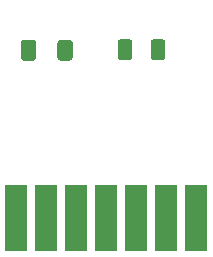
<source format=gtp>
%TF.GenerationSoftware,KiCad,Pcbnew,5.1.9+dfsg1-1+deb11u1*%
%TF.CreationDate,2025-07-24T09:20:50+02:00*%
%TF.ProjectId,ECI-Breakout,4543492d-4272-4656-916b-6f75742e6b69,1.1*%
%TF.SameCoordinates,Original*%
%TF.FileFunction,Paste,Top*%
%TF.FilePolarity,Positive*%
%FSLAX46Y46*%
G04 Gerber Fmt 4.6, Leading zero omitted, Abs format (unit mm)*
G04 Created by KiCad (PCBNEW 5.1.9+dfsg1-1+deb11u1) date 2025-07-24 09:20:50*
%MOMM*%
%LPD*%
G01*
G04 APERTURE LIST*
%ADD10R,1.930400X5.588000*%
G04 APERTURE END LIST*
D10*
%TO.C,ECI1*%
X139672000Y-115190000D03*
X137132000Y-115190000D03*
X134592000Y-115190000D03*
X132052000Y-115190000D03*
X129512000Y-115190000D03*
X126972000Y-115190000D03*
X124432000Y-115190000D03*
%TD*%
%TO.C,D1*%
G36*
G01*
X137045000Y-100325000D02*
X137045000Y-101575000D01*
G75*
G02*
X136795000Y-101825000I-250000J0D01*
G01*
X136045000Y-101825000D01*
G75*
G02*
X135795000Y-101575000I0J250000D01*
G01*
X135795000Y-100325000D01*
G75*
G02*
X136045000Y-100075000I250000J0D01*
G01*
X136795000Y-100075000D01*
G75*
G02*
X137045000Y-100325000I0J-250000D01*
G01*
G37*
G36*
G01*
X134245000Y-100325000D02*
X134245000Y-101575000D01*
G75*
G02*
X133995000Y-101825000I-250000J0D01*
G01*
X133245000Y-101825000D01*
G75*
G02*
X132995000Y-101575000I0J250000D01*
G01*
X132995000Y-100325000D01*
G75*
G02*
X133245000Y-100075000I250000J0D01*
G01*
X133995000Y-100075000D01*
G75*
G02*
X134245000Y-100325000I0J-250000D01*
G01*
G37*
%TD*%
%TO.C,R1*%
G36*
G01*
X124800000Y-101625001D02*
X124800000Y-100374999D01*
G75*
G02*
X125049999Y-100125000I249999J0D01*
G01*
X125850001Y-100125000D01*
G75*
G02*
X126100000Y-100374999I0J-249999D01*
G01*
X126100000Y-101625001D01*
G75*
G02*
X125850001Y-101875000I-249999J0D01*
G01*
X125049999Y-101875000D01*
G75*
G02*
X124800000Y-101625001I0J249999D01*
G01*
G37*
G36*
G01*
X127900000Y-101625001D02*
X127900000Y-100374999D01*
G75*
G02*
X128149999Y-100125000I249999J0D01*
G01*
X128950001Y-100125000D01*
G75*
G02*
X129200000Y-100374999I0J-249999D01*
G01*
X129200000Y-101625001D01*
G75*
G02*
X128950001Y-101875000I-249999J0D01*
G01*
X128149999Y-101875000D01*
G75*
G02*
X127900000Y-101625001I0J249999D01*
G01*
G37*
%TD*%
M02*

</source>
